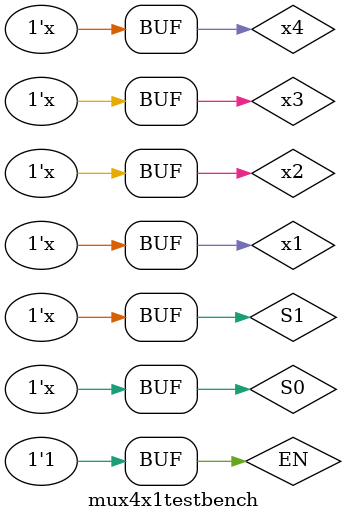
<source format=v>
`timescale 1ns / 1ps


module mux4x1testbench;

	// Inputs
	reg EN;
	reg S0;
	reg S1;
	reg x1;
	reg x2;
	reg x3;
	reg x4;

	// Outputs
	wire m1;

	// Instantiate the Unit Under Test (UUT)
	mux4x1 uut (
		.EN(EN), 
		.S0(S0), 
		.S1(S1), 
		.x1(x1), 
		.x2(x2), 
		.x3(x3), 
		.x4(x4), 
		.m1(m1)
	);

	initial begin
		// Initialize Inputs
		EN = 1;
		S0 = 0;
		S1 = 0;
		x1 = 0;
		x2 = 0;
		x3 = 0;
		x4 = 0;

		// Wait 100 ns for global reset to finish
		#100;
        
		// Add stimulus here

	end
	
	always #3 S0=~S0;
	always #6 S1=~S1;
	always #1 x1=~x1;
	always #2 x2=~x2;
	always #4 x3=~x3;
	always #8 x4=~x4;
      
endmodule


</source>
